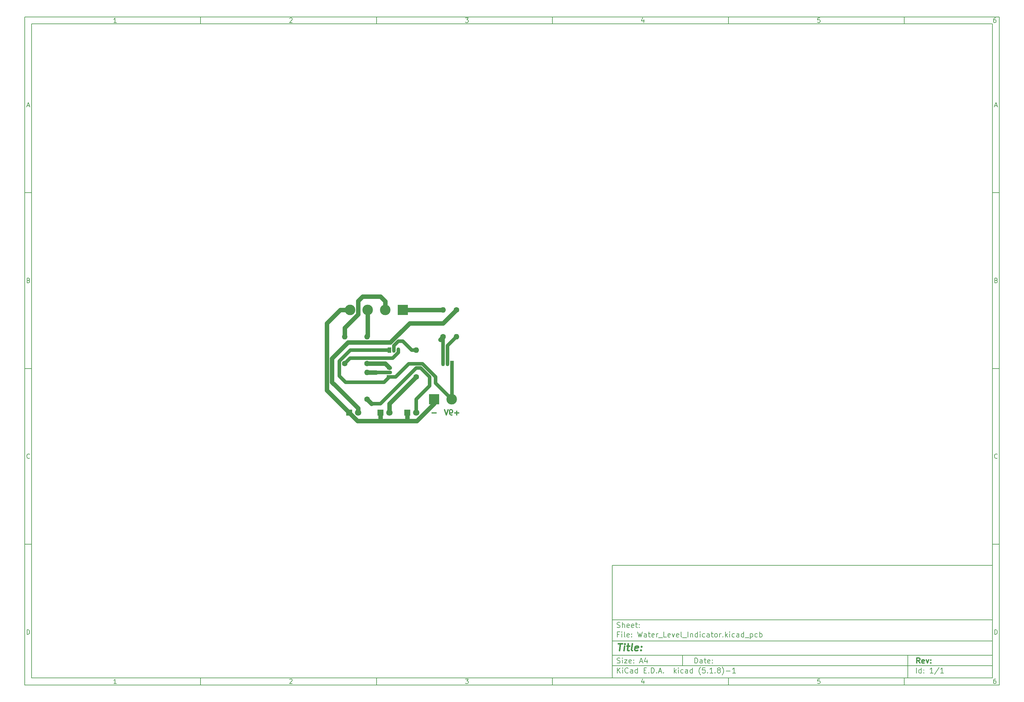
<source format=gbl>
%TF.GenerationSoftware,KiCad,Pcbnew,(5.1.8)-1*%
%TF.CreationDate,2021-07-18T21:15:27-07:00*%
%TF.ProjectId,Water_Level_Indicator,57617465-725f-44c6-9576-656c5f496e64,rev?*%
%TF.SameCoordinates,Original*%
%TF.FileFunction,Copper,L2,Bot*%
%TF.FilePolarity,Positive*%
%FSLAX46Y46*%
G04 Gerber Fmt 4.6, Leading zero omitted, Abs format (unit mm)*
G04 Created by KiCad (PCBNEW (5.1.8)-1) date 2021-07-18 21:15:27*
%MOMM*%
%LPD*%
G01*
G04 APERTURE LIST*
%ADD10C,0.100000*%
%ADD11C,0.150000*%
%ADD12C,0.300000*%
%ADD13C,0.400000*%
%TA.AperFunction,NonConductor*%
%ADD14C,0.300000*%
%TD*%
%TA.AperFunction,ComponentPad*%
%ADD15R,1.800000X1.800000*%
%TD*%
%TA.AperFunction,ComponentPad*%
%ADD16C,1.800000*%
%TD*%
%TA.AperFunction,ComponentPad*%
%ADD17R,3.000000X3.000000*%
%TD*%
%TA.AperFunction,ComponentPad*%
%ADD18C,3.000000*%
%TD*%
%TA.AperFunction,ComponentPad*%
%ADD19O,1.500000X1.050000*%
%TD*%
%TA.AperFunction,ComponentPad*%
%ADD20R,1.500000X1.050000*%
%TD*%
%TA.AperFunction,ComponentPad*%
%ADD21R,1.050000X1.500000*%
%TD*%
%TA.AperFunction,ComponentPad*%
%ADD22O,1.050000X1.500000*%
%TD*%
%TA.AperFunction,ComponentPad*%
%ADD23O,1.600000X1.600000*%
%TD*%
%TA.AperFunction,ComponentPad*%
%ADD24C,1.600000*%
%TD*%
%TA.AperFunction,Conductor*%
%ADD25C,1.270000*%
%TD*%
%TA.AperFunction,Conductor*%
%ADD26C,1.016000*%
%TD*%
G04 APERTURE END LIST*
D10*
D11*
X177002200Y-166007200D02*
X177002200Y-198007200D01*
X285002200Y-198007200D01*
X285002200Y-166007200D01*
X177002200Y-166007200D01*
D10*
D11*
X10000000Y-10000000D02*
X10000000Y-200007200D01*
X287002200Y-200007200D01*
X287002200Y-10000000D01*
X10000000Y-10000000D01*
D10*
D11*
X12000000Y-12000000D02*
X12000000Y-198007200D01*
X285002200Y-198007200D01*
X285002200Y-12000000D01*
X12000000Y-12000000D01*
D10*
D11*
X60000000Y-12000000D02*
X60000000Y-10000000D01*
D10*
D11*
X110000000Y-12000000D02*
X110000000Y-10000000D01*
D10*
D11*
X160000000Y-12000000D02*
X160000000Y-10000000D01*
D10*
D11*
X210000000Y-12000000D02*
X210000000Y-10000000D01*
D10*
D11*
X260000000Y-12000000D02*
X260000000Y-10000000D01*
D10*
D11*
X36065476Y-11588095D02*
X35322619Y-11588095D01*
X35694047Y-11588095D02*
X35694047Y-10288095D01*
X35570238Y-10473809D01*
X35446428Y-10597619D01*
X35322619Y-10659523D01*
D10*
D11*
X85322619Y-10411904D02*
X85384523Y-10350000D01*
X85508333Y-10288095D01*
X85817857Y-10288095D01*
X85941666Y-10350000D01*
X86003571Y-10411904D01*
X86065476Y-10535714D01*
X86065476Y-10659523D01*
X86003571Y-10845238D01*
X85260714Y-11588095D01*
X86065476Y-11588095D01*
D10*
D11*
X135260714Y-10288095D02*
X136065476Y-10288095D01*
X135632142Y-10783333D01*
X135817857Y-10783333D01*
X135941666Y-10845238D01*
X136003571Y-10907142D01*
X136065476Y-11030952D01*
X136065476Y-11340476D01*
X136003571Y-11464285D01*
X135941666Y-11526190D01*
X135817857Y-11588095D01*
X135446428Y-11588095D01*
X135322619Y-11526190D01*
X135260714Y-11464285D01*
D10*
D11*
X185941666Y-10721428D02*
X185941666Y-11588095D01*
X185632142Y-10226190D02*
X185322619Y-11154761D01*
X186127380Y-11154761D01*
D10*
D11*
X236003571Y-10288095D02*
X235384523Y-10288095D01*
X235322619Y-10907142D01*
X235384523Y-10845238D01*
X235508333Y-10783333D01*
X235817857Y-10783333D01*
X235941666Y-10845238D01*
X236003571Y-10907142D01*
X236065476Y-11030952D01*
X236065476Y-11340476D01*
X236003571Y-11464285D01*
X235941666Y-11526190D01*
X235817857Y-11588095D01*
X235508333Y-11588095D01*
X235384523Y-11526190D01*
X235322619Y-11464285D01*
D10*
D11*
X285941666Y-10288095D02*
X285694047Y-10288095D01*
X285570238Y-10350000D01*
X285508333Y-10411904D01*
X285384523Y-10597619D01*
X285322619Y-10845238D01*
X285322619Y-11340476D01*
X285384523Y-11464285D01*
X285446428Y-11526190D01*
X285570238Y-11588095D01*
X285817857Y-11588095D01*
X285941666Y-11526190D01*
X286003571Y-11464285D01*
X286065476Y-11340476D01*
X286065476Y-11030952D01*
X286003571Y-10907142D01*
X285941666Y-10845238D01*
X285817857Y-10783333D01*
X285570238Y-10783333D01*
X285446428Y-10845238D01*
X285384523Y-10907142D01*
X285322619Y-11030952D01*
D10*
D11*
X60000000Y-198007200D02*
X60000000Y-200007200D01*
D10*
D11*
X110000000Y-198007200D02*
X110000000Y-200007200D01*
D10*
D11*
X160000000Y-198007200D02*
X160000000Y-200007200D01*
D10*
D11*
X210000000Y-198007200D02*
X210000000Y-200007200D01*
D10*
D11*
X260000000Y-198007200D02*
X260000000Y-200007200D01*
D10*
D11*
X36065476Y-199595295D02*
X35322619Y-199595295D01*
X35694047Y-199595295D02*
X35694047Y-198295295D01*
X35570238Y-198481009D01*
X35446428Y-198604819D01*
X35322619Y-198666723D01*
D10*
D11*
X85322619Y-198419104D02*
X85384523Y-198357200D01*
X85508333Y-198295295D01*
X85817857Y-198295295D01*
X85941666Y-198357200D01*
X86003571Y-198419104D01*
X86065476Y-198542914D01*
X86065476Y-198666723D01*
X86003571Y-198852438D01*
X85260714Y-199595295D01*
X86065476Y-199595295D01*
D10*
D11*
X135260714Y-198295295D02*
X136065476Y-198295295D01*
X135632142Y-198790533D01*
X135817857Y-198790533D01*
X135941666Y-198852438D01*
X136003571Y-198914342D01*
X136065476Y-199038152D01*
X136065476Y-199347676D01*
X136003571Y-199471485D01*
X135941666Y-199533390D01*
X135817857Y-199595295D01*
X135446428Y-199595295D01*
X135322619Y-199533390D01*
X135260714Y-199471485D01*
D10*
D11*
X185941666Y-198728628D02*
X185941666Y-199595295D01*
X185632142Y-198233390D02*
X185322619Y-199161961D01*
X186127380Y-199161961D01*
D10*
D11*
X236003571Y-198295295D02*
X235384523Y-198295295D01*
X235322619Y-198914342D01*
X235384523Y-198852438D01*
X235508333Y-198790533D01*
X235817857Y-198790533D01*
X235941666Y-198852438D01*
X236003571Y-198914342D01*
X236065476Y-199038152D01*
X236065476Y-199347676D01*
X236003571Y-199471485D01*
X235941666Y-199533390D01*
X235817857Y-199595295D01*
X235508333Y-199595295D01*
X235384523Y-199533390D01*
X235322619Y-199471485D01*
D10*
D11*
X285941666Y-198295295D02*
X285694047Y-198295295D01*
X285570238Y-198357200D01*
X285508333Y-198419104D01*
X285384523Y-198604819D01*
X285322619Y-198852438D01*
X285322619Y-199347676D01*
X285384523Y-199471485D01*
X285446428Y-199533390D01*
X285570238Y-199595295D01*
X285817857Y-199595295D01*
X285941666Y-199533390D01*
X286003571Y-199471485D01*
X286065476Y-199347676D01*
X286065476Y-199038152D01*
X286003571Y-198914342D01*
X285941666Y-198852438D01*
X285817857Y-198790533D01*
X285570238Y-198790533D01*
X285446428Y-198852438D01*
X285384523Y-198914342D01*
X285322619Y-199038152D01*
D10*
D11*
X10000000Y-60000000D02*
X12000000Y-60000000D01*
D10*
D11*
X10000000Y-110000000D02*
X12000000Y-110000000D01*
D10*
D11*
X10000000Y-160000000D02*
X12000000Y-160000000D01*
D10*
D11*
X10690476Y-35216666D02*
X11309523Y-35216666D01*
X10566666Y-35588095D02*
X11000000Y-34288095D01*
X11433333Y-35588095D01*
D10*
D11*
X11092857Y-84907142D02*
X11278571Y-84969047D01*
X11340476Y-85030952D01*
X11402380Y-85154761D01*
X11402380Y-85340476D01*
X11340476Y-85464285D01*
X11278571Y-85526190D01*
X11154761Y-85588095D01*
X10659523Y-85588095D01*
X10659523Y-84288095D01*
X11092857Y-84288095D01*
X11216666Y-84350000D01*
X11278571Y-84411904D01*
X11340476Y-84535714D01*
X11340476Y-84659523D01*
X11278571Y-84783333D01*
X11216666Y-84845238D01*
X11092857Y-84907142D01*
X10659523Y-84907142D01*
D10*
D11*
X11402380Y-135464285D02*
X11340476Y-135526190D01*
X11154761Y-135588095D01*
X11030952Y-135588095D01*
X10845238Y-135526190D01*
X10721428Y-135402380D01*
X10659523Y-135278571D01*
X10597619Y-135030952D01*
X10597619Y-134845238D01*
X10659523Y-134597619D01*
X10721428Y-134473809D01*
X10845238Y-134350000D01*
X11030952Y-134288095D01*
X11154761Y-134288095D01*
X11340476Y-134350000D01*
X11402380Y-134411904D01*
D10*
D11*
X10659523Y-185588095D02*
X10659523Y-184288095D01*
X10969047Y-184288095D01*
X11154761Y-184350000D01*
X11278571Y-184473809D01*
X11340476Y-184597619D01*
X11402380Y-184845238D01*
X11402380Y-185030952D01*
X11340476Y-185278571D01*
X11278571Y-185402380D01*
X11154761Y-185526190D01*
X10969047Y-185588095D01*
X10659523Y-185588095D01*
D10*
D11*
X287002200Y-60000000D02*
X285002200Y-60000000D01*
D10*
D11*
X287002200Y-110000000D02*
X285002200Y-110000000D01*
D10*
D11*
X287002200Y-160000000D02*
X285002200Y-160000000D01*
D10*
D11*
X285692676Y-35216666D02*
X286311723Y-35216666D01*
X285568866Y-35588095D02*
X286002200Y-34288095D01*
X286435533Y-35588095D01*
D10*
D11*
X286095057Y-84907142D02*
X286280771Y-84969047D01*
X286342676Y-85030952D01*
X286404580Y-85154761D01*
X286404580Y-85340476D01*
X286342676Y-85464285D01*
X286280771Y-85526190D01*
X286156961Y-85588095D01*
X285661723Y-85588095D01*
X285661723Y-84288095D01*
X286095057Y-84288095D01*
X286218866Y-84350000D01*
X286280771Y-84411904D01*
X286342676Y-84535714D01*
X286342676Y-84659523D01*
X286280771Y-84783333D01*
X286218866Y-84845238D01*
X286095057Y-84907142D01*
X285661723Y-84907142D01*
D10*
D11*
X286404580Y-135464285D02*
X286342676Y-135526190D01*
X286156961Y-135588095D01*
X286033152Y-135588095D01*
X285847438Y-135526190D01*
X285723628Y-135402380D01*
X285661723Y-135278571D01*
X285599819Y-135030952D01*
X285599819Y-134845238D01*
X285661723Y-134597619D01*
X285723628Y-134473809D01*
X285847438Y-134350000D01*
X286033152Y-134288095D01*
X286156961Y-134288095D01*
X286342676Y-134350000D01*
X286404580Y-134411904D01*
D10*
D11*
X285661723Y-185588095D02*
X285661723Y-184288095D01*
X285971247Y-184288095D01*
X286156961Y-184350000D01*
X286280771Y-184473809D01*
X286342676Y-184597619D01*
X286404580Y-184845238D01*
X286404580Y-185030952D01*
X286342676Y-185278571D01*
X286280771Y-185402380D01*
X286156961Y-185526190D01*
X285971247Y-185588095D01*
X285661723Y-185588095D01*
D10*
D11*
X200434342Y-193785771D02*
X200434342Y-192285771D01*
X200791485Y-192285771D01*
X201005771Y-192357200D01*
X201148628Y-192500057D01*
X201220057Y-192642914D01*
X201291485Y-192928628D01*
X201291485Y-193142914D01*
X201220057Y-193428628D01*
X201148628Y-193571485D01*
X201005771Y-193714342D01*
X200791485Y-193785771D01*
X200434342Y-193785771D01*
X202577200Y-193785771D02*
X202577200Y-193000057D01*
X202505771Y-192857200D01*
X202362914Y-192785771D01*
X202077200Y-192785771D01*
X201934342Y-192857200D01*
X202577200Y-193714342D02*
X202434342Y-193785771D01*
X202077200Y-193785771D01*
X201934342Y-193714342D01*
X201862914Y-193571485D01*
X201862914Y-193428628D01*
X201934342Y-193285771D01*
X202077200Y-193214342D01*
X202434342Y-193214342D01*
X202577200Y-193142914D01*
X203077200Y-192785771D02*
X203648628Y-192785771D01*
X203291485Y-192285771D02*
X203291485Y-193571485D01*
X203362914Y-193714342D01*
X203505771Y-193785771D01*
X203648628Y-193785771D01*
X204720057Y-193714342D02*
X204577200Y-193785771D01*
X204291485Y-193785771D01*
X204148628Y-193714342D01*
X204077200Y-193571485D01*
X204077200Y-193000057D01*
X204148628Y-192857200D01*
X204291485Y-192785771D01*
X204577200Y-192785771D01*
X204720057Y-192857200D01*
X204791485Y-193000057D01*
X204791485Y-193142914D01*
X204077200Y-193285771D01*
X205434342Y-193642914D02*
X205505771Y-193714342D01*
X205434342Y-193785771D01*
X205362914Y-193714342D01*
X205434342Y-193642914D01*
X205434342Y-193785771D01*
X205434342Y-192857200D02*
X205505771Y-192928628D01*
X205434342Y-193000057D01*
X205362914Y-192928628D01*
X205434342Y-192857200D01*
X205434342Y-193000057D01*
D10*
D11*
X177002200Y-194507200D02*
X285002200Y-194507200D01*
D10*
D11*
X178434342Y-196585771D02*
X178434342Y-195085771D01*
X179291485Y-196585771D02*
X178648628Y-195728628D01*
X179291485Y-195085771D02*
X178434342Y-195942914D01*
X179934342Y-196585771D02*
X179934342Y-195585771D01*
X179934342Y-195085771D02*
X179862914Y-195157200D01*
X179934342Y-195228628D01*
X180005771Y-195157200D01*
X179934342Y-195085771D01*
X179934342Y-195228628D01*
X181505771Y-196442914D02*
X181434342Y-196514342D01*
X181220057Y-196585771D01*
X181077200Y-196585771D01*
X180862914Y-196514342D01*
X180720057Y-196371485D01*
X180648628Y-196228628D01*
X180577200Y-195942914D01*
X180577200Y-195728628D01*
X180648628Y-195442914D01*
X180720057Y-195300057D01*
X180862914Y-195157200D01*
X181077200Y-195085771D01*
X181220057Y-195085771D01*
X181434342Y-195157200D01*
X181505771Y-195228628D01*
X182791485Y-196585771D02*
X182791485Y-195800057D01*
X182720057Y-195657200D01*
X182577200Y-195585771D01*
X182291485Y-195585771D01*
X182148628Y-195657200D01*
X182791485Y-196514342D02*
X182648628Y-196585771D01*
X182291485Y-196585771D01*
X182148628Y-196514342D01*
X182077200Y-196371485D01*
X182077200Y-196228628D01*
X182148628Y-196085771D01*
X182291485Y-196014342D01*
X182648628Y-196014342D01*
X182791485Y-195942914D01*
X184148628Y-196585771D02*
X184148628Y-195085771D01*
X184148628Y-196514342D02*
X184005771Y-196585771D01*
X183720057Y-196585771D01*
X183577200Y-196514342D01*
X183505771Y-196442914D01*
X183434342Y-196300057D01*
X183434342Y-195871485D01*
X183505771Y-195728628D01*
X183577200Y-195657200D01*
X183720057Y-195585771D01*
X184005771Y-195585771D01*
X184148628Y-195657200D01*
X186005771Y-195800057D02*
X186505771Y-195800057D01*
X186720057Y-196585771D02*
X186005771Y-196585771D01*
X186005771Y-195085771D01*
X186720057Y-195085771D01*
X187362914Y-196442914D02*
X187434342Y-196514342D01*
X187362914Y-196585771D01*
X187291485Y-196514342D01*
X187362914Y-196442914D01*
X187362914Y-196585771D01*
X188077200Y-196585771D02*
X188077200Y-195085771D01*
X188434342Y-195085771D01*
X188648628Y-195157200D01*
X188791485Y-195300057D01*
X188862914Y-195442914D01*
X188934342Y-195728628D01*
X188934342Y-195942914D01*
X188862914Y-196228628D01*
X188791485Y-196371485D01*
X188648628Y-196514342D01*
X188434342Y-196585771D01*
X188077200Y-196585771D01*
X189577200Y-196442914D02*
X189648628Y-196514342D01*
X189577200Y-196585771D01*
X189505771Y-196514342D01*
X189577200Y-196442914D01*
X189577200Y-196585771D01*
X190220057Y-196157200D02*
X190934342Y-196157200D01*
X190077200Y-196585771D02*
X190577200Y-195085771D01*
X191077200Y-196585771D01*
X191577200Y-196442914D02*
X191648628Y-196514342D01*
X191577200Y-196585771D01*
X191505771Y-196514342D01*
X191577200Y-196442914D01*
X191577200Y-196585771D01*
X194577200Y-196585771D02*
X194577200Y-195085771D01*
X194720057Y-196014342D02*
X195148628Y-196585771D01*
X195148628Y-195585771D02*
X194577200Y-196157200D01*
X195791485Y-196585771D02*
X195791485Y-195585771D01*
X195791485Y-195085771D02*
X195720057Y-195157200D01*
X195791485Y-195228628D01*
X195862914Y-195157200D01*
X195791485Y-195085771D01*
X195791485Y-195228628D01*
X197148628Y-196514342D02*
X197005771Y-196585771D01*
X196720057Y-196585771D01*
X196577200Y-196514342D01*
X196505771Y-196442914D01*
X196434342Y-196300057D01*
X196434342Y-195871485D01*
X196505771Y-195728628D01*
X196577200Y-195657200D01*
X196720057Y-195585771D01*
X197005771Y-195585771D01*
X197148628Y-195657200D01*
X198434342Y-196585771D02*
X198434342Y-195800057D01*
X198362914Y-195657200D01*
X198220057Y-195585771D01*
X197934342Y-195585771D01*
X197791485Y-195657200D01*
X198434342Y-196514342D02*
X198291485Y-196585771D01*
X197934342Y-196585771D01*
X197791485Y-196514342D01*
X197720057Y-196371485D01*
X197720057Y-196228628D01*
X197791485Y-196085771D01*
X197934342Y-196014342D01*
X198291485Y-196014342D01*
X198434342Y-195942914D01*
X199791485Y-196585771D02*
X199791485Y-195085771D01*
X199791485Y-196514342D02*
X199648628Y-196585771D01*
X199362914Y-196585771D01*
X199220057Y-196514342D01*
X199148628Y-196442914D01*
X199077200Y-196300057D01*
X199077200Y-195871485D01*
X199148628Y-195728628D01*
X199220057Y-195657200D01*
X199362914Y-195585771D01*
X199648628Y-195585771D01*
X199791485Y-195657200D01*
X202077200Y-197157200D02*
X202005771Y-197085771D01*
X201862914Y-196871485D01*
X201791485Y-196728628D01*
X201720057Y-196514342D01*
X201648628Y-196157200D01*
X201648628Y-195871485D01*
X201720057Y-195514342D01*
X201791485Y-195300057D01*
X201862914Y-195157200D01*
X202005771Y-194942914D01*
X202077200Y-194871485D01*
X203362914Y-195085771D02*
X202648628Y-195085771D01*
X202577200Y-195800057D01*
X202648628Y-195728628D01*
X202791485Y-195657200D01*
X203148628Y-195657200D01*
X203291485Y-195728628D01*
X203362914Y-195800057D01*
X203434342Y-195942914D01*
X203434342Y-196300057D01*
X203362914Y-196442914D01*
X203291485Y-196514342D01*
X203148628Y-196585771D01*
X202791485Y-196585771D01*
X202648628Y-196514342D01*
X202577200Y-196442914D01*
X204077200Y-196442914D02*
X204148628Y-196514342D01*
X204077200Y-196585771D01*
X204005771Y-196514342D01*
X204077200Y-196442914D01*
X204077200Y-196585771D01*
X205577200Y-196585771D02*
X204720057Y-196585771D01*
X205148628Y-196585771D02*
X205148628Y-195085771D01*
X205005771Y-195300057D01*
X204862914Y-195442914D01*
X204720057Y-195514342D01*
X206220057Y-196442914D02*
X206291485Y-196514342D01*
X206220057Y-196585771D01*
X206148628Y-196514342D01*
X206220057Y-196442914D01*
X206220057Y-196585771D01*
X207148628Y-195728628D02*
X207005771Y-195657200D01*
X206934342Y-195585771D01*
X206862914Y-195442914D01*
X206862914Y-195371485D01*
X206934342Y-195228628D01*
X207005771Y-195157200D01*
X207148628Y-195085771D01*
X207434342Y-195085771D01*
X207577200Y-195157200D01*
X207648628Y-195228628D01*
X207720057Y-195371485D01*
X207720057Y-195442914D01*
X207648628Y-195585771D01*
X207577200Y-195657200D01*
X207434342Y-195728628D01*
X207148628Y-195728628D01*
X207005771Y-195800057D01*
X206934342Y-195871485D01*
X206862914Y-196014342D01*
X206862914Y-196300057D01*
X206934342Y-196442914D01*
X207005771Y-196514342D01*
X207148628Y-196585771D01*
X207434342Y-196585771D01*
X207577200Y-196514342D01*
X207648628Y-196442914D01*
X207720057Y-196300057D01*
X207720057Y-196014342D01*
X207648628Y-195871485D01*
X207577200Y-195800057D01*
X207434342Y-195728628D01*
X208220057Y-197157200D02*
X208291485Y-197085771D01*
X208434342Y-196871485D01*
X208505771Y-196728628D01*
X208577200Y-196514342D01*
X208648628Y-196157200D01*
X208648628Y-195871485D01*
X208577200Y-195514342D01*
X208505771Y-195300057D01*
X208434342Y-195157200D01*
X208291485Y-194942914D01*
X208220057Y-194871485D01*
X209362914Y-196014342D02*
X210505771Y-196014342D01*
X212005771Y-196585771D02*
X211148628Y-196585771D01*
X211577200Y-196585771D02*
X211577200Y-195085771D01*
X211434342Y-195300057D01*
X211291485Y-195442914D01*
X211148628Y-195514342D01*
D10*
D11*
X177002200Y-191507200D02*
X285002200Y-191507200D01*
D10*
D12*
X264411485Y-193785771D02*
X263911485Y-193071485D01*
X263554342Y-193785771D02*
X263554342Y-192285771D01*
X264125771Y-192285771D01*
X264268628Y-192357200D01*
X264340057Y-192428628D01*
X264411485Y-192571485D01*
X264411485Y-192785771D01*
X264340057Y-192928628D01*
X264268628Y-193000057D01*
X264125771Y-193071485D01*
X263554342Y-193071485D01*
X265625771Y-193714342D02*
X265482914Y-193785771D01*
X265197200Y-193785771D01*
X265054342Y-193714342D01*
X264982914Y-193571485D01*
X264982914Y-193000057D01*
X265054342Y-192857200D01*
X265197200Y-192785771D01*
X265482914Y-192785771D01*
X265625771Y-192857200D01*
X265697200Y-193000057D01*
X265697200Y-193142914D01*
X264982914Y-193285771D01*
X266197200Y-192785771D02*
X266554342Y-193785771D01*
X266911485Y-192785771D01*
X267482914Y-193642914D02*
X267554342Y-193714342D01*
X267482914Y-193785771D01*
X267411485Y-193714342D01*
X267482914Y-193642914D01*
X267482914Y-193785771D01*
X267482914Y-192857200D02*
X267554342Y-192928628D01*
X267482914Y-193000057D01*
X267411485Y-192928628D01*
X267482914Y-192857200D01*
X267482914Y-193000057D01*
D10*
D11*
X178362914Y-193714342D02*
X178577200Y-193785771D01*
X178934342Y-193785771D01*
X179077200Y-193714342D01*
X179148628Y-193642914D01*
X179220057Y-193500057D01*
X179220057Y-193357200D01*
X179148628Y-193214342D01*
X179077200Y-193142914D01*
X178934342Y-193071485D01*
X178648628Y-193000057D01*
X178505771Y-192928628D01*
X178434342Y-192857200D01*
X178362914Y-192714342D01*
X178362914Y-192571485D01*
X178434342Y-192428628D01*
X178505771Y-192357200D01*
X178648628Y-192285771D01*
X179005771Y-192285771D01*
X179220057Y-192357200D01*
X179862914Y-193785771D02*
X179862914Y-192785771D01*
X179862914Y-192285771D02*
X179791485Y-192357200D01*
X179862914Y-192428628D01*
X179934342Y-192357200D01*
X179862914Y-192285771D01*
X179862914Y-192428628D01*
X180434342Y-192785771D02*
X181220057Y-192785771D01*
X180434342Y-193785771D01*
X181220057Y-193785771D01*
X182362914Y-193714342D02*
X182220057Y-193785771D01*
X181934342Y-193785771D01*
X181791485Y-193714342D01*
X181720057Y-193571485D01*
X181720057Y-193000057D01*
X181791485Y-192857200D01*
X181934342Y-192785771D01*
X182220057Y-192785771D01*
X182362914Y-192857200D01*
X182434342Y-193000057D01*
X182434342Y-193142914D01*
X181720057Y-193285771D01*
X183077200Y-193642914D02*
X183148628Y-193714342D01*
X183077200Y-193785771D01*
X183005771Y-193714342D01*
X183077200Y-193642914D01*
X183077200Y-193785771D01*
X183077200Y-192857200D02*
X183148628Y-192928628D01*
X183077200Y-193000057D01*
X183005771Y-192928628D01*
X183077200Y-192857200D01*
X183077200Y-193000057D01*
X184862914Y-193357200D02*
X185577200Y-193357200D01*
X184720057Y-193785771D02*
X185220057Y-192285771D01*
X185720057Y-193785771D01*
X186862914Y-192785771D02*
X186862914Y-193785771D01*
X186505771Y-192214342D02*
X186148628Y-193285771D01*
X187077200Y-193285771D01*
D10*
D11*
X263434342Y-196585771D02*
X263434342Y-195085771D01*
X264791485Y-196585771D02*
X264791485Y-195085771D01*
X264791485Y-196514342D02*
X264648628Y-196585771D01*
X264362914Y-196585771D01*
X264220057Y-196514342D01*
X264148628Y-196442914D01*
X264077200Y-196300057D01*
X264077200Y-195871485D01*
X264148628Y-195728628D01*
X264220057Y-195657200D01*
X264362914Y-195585771D01*
X264648628Y-195585771D01*
X264791485Y-195657200D01*
X265505771Y-196442914D02*
X265577200Y-196514342D01*
X265505771Y-196585771D01*
X265434342Y-196514342D01*
X265505771Y-196442914D01*
X265505771Y-196585771D01*
X265505771Y-195657200D02*
X265577200Y-195728628D01*
X265505771Y-195800057D01*
X265434342Y-195728628D01*
X265505771Y-195657200D01*
X265505771Y-195800057D01*
X268148628Y-196585771D02*
X267291485Y-196585771D01*
X267720057Y-196585771D02*
X267720057Y-195085771D01*
X267577200Y-195300057D01*
X267434342Y-195442914D01*
X267291485Y-195514342D01*
X269862914Y-195014342D02*
X268577200Y-196942914D01*
X271148628Y-196585771D02*
X270291485Y-196585771D01*
X270720057Y-196585771D02*
X270720057Y-195085771D01*
X270577200Y-195300057D01*
X270434342Y-195442914D01*
X270291485Y-195514342D01*
D10*
D11*
X177002200Y-187507200D02*
X285002200Y-187507200D01*
D10*
D13*
X178714580Y-188211961D02*
X179857438Y-188211961D01*
X179036009Y-190211961D02*
X179286009Y-188211961D01*
X180274104Y-190211961D02*
X180440771Y-188878628D01*
X180524104Y-188211961D02*
X180416961Y-188307200D01*
X180500295Y-188402438D01*
X180607438Y-188307200D01*
X180524104Y-188211961D01*
X180500295Y-188402438D01*
X181107438Y-188878628D02*
X181869342Y-188878628D01*
X181476485Y-188211961D02*
X181262200Y-189926247D01*
X181333628Y-190116723D01*
X181512200Y-190211961D01*
X181702676Y-190211961D01*
X182655057Y-190211961D02*
X182476485Y-190116723D01*
X182405057Y-189926247D01*
X182619342Y-188211961D01*
X184190771Y-190116723D02*
X183988390Y-190211961D01*
X183607438Y-190211961D01*
X183428866Y-190116723D01*
X183357438Y-189926247D01*
X183452676Y-189164342D01*
X183571723Y-188973866D01*
X183774104Y-188878628D01*
X184155057Y-188878628D01*
X184333628Y-188973866D01*
X184405057Y-189164342D01*
X184381247Y-189354819D01*
X183405057Y-189545295D01*
X185155057Y-190021485D02*
X185238390Y-190116723D01*
X185131247Y-190211961D01*
X185047914Y-190116723D01*
X185155057Y-190021485D01*
X185131247Y-190211961D01*
X185286009Y-188973866D02*
X185369342Y-189069104D01*
X185262200Y-189164342D01*
X185178866Y-189069104D01*
X185286009Y-188973866D01*
X185262200Y-189164342D01*
D10*
D11*
X178934342Y-185600057D02*
X178434342Y-185600057D01*
X178434342Y-186385771D02*
X178434342Y-184885771D01*
X179148628Y-184885771D01*
X179720057Y-186385771D02*
X179720057Y-185385771D01*
X179720057Y-184885771D02*
X179648628Y-184957200D01*
X179720057Y-185028628D01*
X179791485Y-184957200D01*
X179720057Y-184885771D01*
X179720057Y-185028628D01*
X180648628Y-186385771D02*
X180505771Y-186314342D01*
X180434342Y-186171485D01*
X180434342Y-184885771D01*
X181791485Y-186314342D02*
X181648628Y-186385771D01*
X181362914Y-186385771D01*
X181220057Y-186314342D01*
X181148628Y-186171485D01*
X181148628Y-185600057D01*
X181220057Y-185457200D01*
X181362914Y-185385771D01*
X181648628Y-185385771D01*
X181791485Y-185457200D01*
X181862914Y-185600057D01*
X181862914Y-185742914D01*
X181148628Y-185885771D01*
X182505771Y-186242914D02*
X182577200Y-186314342D01*
X182505771Y-186385771D01*
X182434342Y-186314342D01*
X182505771Y-186242914D01*
X182505771Y-186385771D01*
X182505771Y-185457200D02*
X182577200Y-185528628D01*
X182505771Y-185600057D01*
X182434342Y-185528628D01*
X182505771Y-185457200D01*
X182505771Y-185600057D01*
X184220057Y-184885771D02*
X184577200Y-186385771D01*
X184862914Y-185314342D01*
X185148628Y-186385771D01*
X185505771Y-184885771D01*
X186720057Y-186385771D02*
X186720057Y-185600057D01*
X186648628Y-185457200D01*
X186505771Y-185385771D01*
X186220057Y-185385771D01*
X186077200Y-185457200D01*
X186720057Y-186314342D02*
X186577200Y-186385771D01*
X186220057Y-186385771D01*
X186077200Y-186314342D01*
X186005771Y-186171485D01*
X186005771Y-186028628D01*
X186077200Y-185885771D01*
X186220057Y-185814342D01*
X186577200Y-185814342D01*
X186720057Y-185742914D01*
X187220057Y-185385771D02*
X187791485Y-185385771D01*
X187434342Y-184885771D02*
X187434342Y-186171485D01*
X187505771Y-186314342D01*
X187648628Y-186385771D01*
X187791485Y-186385771D01*
X188862914Y-186314342D02*
X188720057Y-186385771D01*
X188434342Y-186385771D01*
X188291485Y-186314342D01*
X188220057Y-186171485D01*
X188220057Y-185600057D01*
X188291485Y-185457200D01*
X188434342Y-185385771D01*
X188720057Y-185385771D01*
X188862914Y-185457200D01*
X188934342Y-185600057D01*
X188934342Y-185742914D01*
X188220057Y-185885771D01*
X189577200Y-186385771D02*
X189577200Y-185385771D01*
X189577200Y-185671485D02*
X189648628Y-185528628D01*
X189720057Y-185457200D01*
X189862914Y-185385771D01*
X190005771Y-185385771D01*
X190148628Y-186528628D02*
X191291485Y-186528628D01*
X192362914Y-186385771D02*
X191648628Y-186385771D01*
X191648628Y-184885771D01*
X193434342Y-186314342D02*
X193291485Y-186385771D01*
X193005771Y-186385771D01*
X192862914Y-186314342D01*
X192791485Y-186171485D01*
X192791485Y-185600057D01*
X192862914Y-185457200D01*
X193005771Y-185385771D01*
X193291485Y-185385771D01*
X193434342Y-185457200D01*
X193505771Y-185600057D01*
X193505771Y-185742914D01*
X192791485Y-185885771D01*
X194005771Y-185385771D02*
X194362914Y-186385771D01*
X194720057Y-185385771D01*
X195862914Y-186314342D02*
X195720057Y-186385771D01*
X195434342Y-186385771D01*
X195291485Y-186314342D01*
X195220057Y-186171485D01*
X195220057Y-185600057D01*
X195291485Y-185457200D01*
X195434342Y-185385771D01*
X195720057Y-185385771D01*
X195862914Y-185457200D01*
X195934342Y-185600057D01*
X195934342Y-185742914D01*
X195220057Y-185885771D01*
X196791485Y-186385771D02*
X196648628Y-186314342D01*
X196577200Y-186171485D01*
X196577200Y-184885771D01*
X197005771Y-186528628D02*
X198148628Y-186528628D01*
X198505771Y-186385771D02*
X198505771Y-184885771D01*
X199220057Y-185385771D02*
X199220057Y-186385771D01*
X199220057Y-185528628D02*
X199291485Y-185457200D01*
X199434342Y-185385771D01*
X199648628Y-185385771D01*
X199791485Y-185457200D01*
X199862914Y-185600057D01*
X199862914Y-186385771D01*
X201220057Y-186385771D02*
X201220057Y-184885771D01*
X201220057Y-186314342D02*
X201077200Y-186385771D01*
X200791485Y-186385771D01*
X200648628Y-186314342D01*
X200577200Y-186242914D01*
X200505771Y-186100057D01*
X200505771Y-185671485D01*
X200577200Y-185528628D01*
X200648628Y-185457200D01*
X200791485Y-185385771D01*
X201077200Y-185385771D01*
X201220057Y-185457200D01*
X201934342Y-186385771D02*
X201934342Y-185385771D01*
X201934342Y-184885771D02*
X201862914Y-184957200D01*
X201934342Y-185028628D01*
X202005771Y-184957200D01*
X201934342Y-184885771D01*
X201934342Y-185028628D01*
X203291485Y-186314342D02*
X203148628Y-186385771D01*
X202862914Y-186385771D01*
X202720057Y-186314342D01*
X202648628Y-186242914D01*
X202577200Y-186100057D01*
X202577200Y-185671485D01*
X202648628Y-185528628D01*
X202720057Y-185457200D01*
X202862914Y-185385771D01*
X203148628Y-185385771D01*
X203291485Y-185457200D01*
X204577200Y-186385771D02*
X204577200Y-185600057D01*
X204505771Y-185457200D01*
X204362914Y-185385771D01*
X204077200Y-185385771D01*
X203934342Y-185457200D01*
X204577200Y-186314342D02*
X204434342Y-186385771D01*
X204077200Y-186385771D01*
X203934342Y-186314342D01*
X203862914Y-186171485D01*
X203862914Y-186028628D01*
X203934342Y-185885771D01*
X204077200Y-185814342D01*
X204434342Y-185814342D01*
X204577200Y-185742914D01*
X205077200Y-185385771D02*
X205648628Y-185385771D01*
X205291485Y-184885771D02*
X205291485Y-186171485D01*
X205362914Y-186314342D01*
X205505771Y-186385771D01*
X205648628Y-186385771D01*
X206362914Y-186385771D02*
X206220057Y-186314342D01*
X206148628Y-186242914D01*
X206077200Y-186100057D01*
X206077200Y-185671485D01*
X206148628Y-185528628D01*
X206220057Y-185457200D01*
X206362914Y-185385771D01*
X206577200Y-185385771D01*
X206720057Y-185457200D01*
X206791485Y-185528628D01*
X206862914Y-185671485D01*
X206862914Y-186100057D01*
X206791485Y-186242914D01*
X206720057Y-186314342D01*
X206577200Y-186385771D01*
X206362914Y-186385771D01*
X207505771Y-186385771D02*
X207505771Y-185385771D01*
X207505771Y-185671485D02*
X207577200Y-185528628D01*
X207648628Y-185457200D01*
X207791485Y-185385771D01*
X207934342Y-185385771D01*
X208434342Y-186242914D02*
X208505771Y-186314342D01*
X208434342Y-186385771D01*
X208362914Y-186314342D01*
X208434342Y-186242914D01*
X208434342Y-186385771D01*
X209148628Y-186385771D02*
X209148628Y-184885771D01*
X209291485Y-185814342D02*
X209720057Y-186385771D01*
X209720057Y-185385771D02*
X209148628Y-185957200D01*
X210362914Y-186385771D02*
X210362914Y-185385771D01*
X210362914Y-184885771D02*
X210291485Y-184957200D01*
X210362914Y-185028628D01*
X210434342Y-184957200D01*
X210362914Y-184885771D01*
X210362914Y-185028628D01*
X211720057Y-186314342D02*
X211577200Y-186385771D01*
X211291485Y-186385771D01*
X211148628Y-186314342D01*
X211077200Y-186242914D01*
X211005771Y-186100057D01*
X211005771Y-185671485D01*
X211077200Y-185528628D01*
X211148628Y-185457200D01*
X211291485Y-185385771D01*
X211577200Y-185385771D01*
X211720057Y-185457200D01*
X213005771Y-186385771D02*
X213005771Y-185600057D01*
X212934342Y-185457200D01*
X212791485Y-185385771D01*
X212505771Y-185385771D01*
X212362914Y-185457200D01*
X213005771Y-186314342D02*
X212862914Y-186385771D01*
X212505771Y-186385771D01*
X212362914Y-186314342D01*
X212291485Y-186171485D01*
X212291485Y-186028628D01*
X212362914Y-185885771D01*
X212505771Y-185814342D01*
X212862914Y-185814342D01*
X213005771Y-185742914D01*
X214362914Y-186385771D02*
X214362914Y-184885771D01*
X214362914Y-186314342D02*
X214220057Y-186385771D01*
X213934342Y-186385771D01*
X213791485Y-186314342D01*
X213720057Y-186242914D01*
X213648628Y-186100057D01*
X213648628Y-185671485D01*
X213720057Y-185528628D01*
X213791485Y-185457200D01*
X213934342Y-185385771D01*
X214220057Y-185385771D01*
X214362914Y-185457200D01*
X214720057Y-186528628D02*
X215862914Y-186528628D01*
X216220057Y-185385771D02*
X216220057Y-186885771D01*
X216220057Y-185457200D02*
X216362914Y-185385771D01*
X216648628Y-185385771D01*
X216791485Y-185457200D01*
X216862914Y-185528628D01*
X216934342Y-185671485D01*
X216934342Y-186100057D01*
X216862914Y-186242914D01*
X216791485Y-186314342D01*
X216648628Y-186385771D01*
X216362914Y-186385771D01*
X216220057Y-186314342D01*
X218220057Y-186314342D02*
X218077200Y-186385771D01*
X217791485Y-186385771D01*
X217648628Y-186314342D01*
X217577200Y-186242914D01*
X217505771Y-186100057D01*
X217505771Y-185671485D01*
X217577200Y-185528628D01*
X217648628Y-185457200D01*
X217791485Y-185385771D01*
X218077200Y-185385771D01*
X218220057Y-185457200D01*
X218862914Y-186385771D02*
X218862914Y-184885771D01*
X218862914Y-185457200D02*
X219005771Y-185385771D01*
X219291485Y-185385771D01*
X219434342Y-185457200D01*
X219505771Y-185528628D01*
X219577200Y-185671485D01*
X219577200Y-186100057D01*
X219505771Y-186242914D01*
X219434342Y-186314342D01*
X219291485Y-186385771D01*
X219005771Y-186385771D01*
X218862914Y-186314342D01*
D10*
D11*
X177002200Y-181507200D02*
X285002200Y-181507200D01*
D10*
D11*
X178362914Y-183614342D02*
X178577200Y-183685771D01*
X178934342Y-183685771D01*
X179077200Y-183614342D01*
X179148628Y-183542914D01*
X179220057Y-183400057D01*
X179220057Y-183257200D01*
X179148628Y-183114342D01*
X179077200Y-183042914D01*
X178934342Y-182971485D01*
X178648628Y-182900057D01*
X178505771Y-182828628D01*
X178434342Y-182757200D01*
X178362914Y-182614342D01*
X178362914Y-182471485D01*
X178434342Y-182328628D01*
X178505771Y-182257200D01*
X178648628Y-182185771D01*
X179005771Y-182185771D01*
X179220057Y-182257200D01*
X179862914Y-183685771D02*
X179862914Y-182185771D01*
X180505771Y-183685771D02*
X180505771Y-182900057D01*
X180434342Y-182757200D01*
X180291485Y-182685771D01*
X180077200Y-182685771D01*
X179934342Y-182757200D01*
X179862914Y-182828628D01*
X181791485Y-183614342D02*
X181648628Y-183685771D01*
X181362914Y-183685771D01*
X181220057Y-183614342D01*
X181148628Y-183471485D01*
X181148628Y-182900057D01*
X181220057Y-182757200D01*
X181362914Y-182685771D01*
X181648628Y-182685771D01*
X181791485Y-182757200D01*
X181862914Y-182900057D01*
X181862914Y-183042914D01*
X181148628Y-183185771D01*
X183077200Y-183614342D02*
X182934342Y-183685771D01*
X182648628Y-183685771D01*
X182505771Y-183614342D01*
X182434342Y-183471485D01*
X182434342Y-182900057D01*
X182505771Y-182757200D01*
X182648628Y-182685771D01*
X182934342Y-182685771D01*
X183077200Y-182757200D01*
X183148628Y-182900057D01*
X183148628Y-183042914D01*
X182434342Y-183185771D01*
X183577200Y-182685771D02*
X184148628Y-182685771D01*
X183791485Y-182185771D02*
X183791485Y-183471485D01*
X183862914Y-183614342D01*
X184005771Y-183685771D01*
X184148628Y-183685771D01*
X184648628Y-183542914D02*
X184720057Y-183614342D01*
X184648628Y-183685771D01*
X184577200Y-183614342D01*
X184648628Y-183542914D01*
X184648628Y-183685771D01*
X184648628Y-182757200D02*
X184720057Y-182828628D01*
X184648628Y-182900057D01*
X184577200Y-182828628D01*
X184648628Y-182757200D01*
X184648628Y-182900057D01*
D10*
D11*
X197002200Y-191507200D02*
X197002200Y-194507200D01*
D10*
D11*
X261002200Y-191507200D02*
X261002200Y-198007200D01*
D14*
X133368571Y-122662142D02*
X132225714Y-122662142D01*
X132797142Y-123233571D02*
X132797142Y-122090714D01*
X131440000Y-123233571D02*
X131154285Y-123233571D01*
X131011428Y-123162142D01*
X130940000Y-123090714D01*
X130797142Y-122876428D01*
X130725714Y-122590714D01*
X130725714Y-122019285D01*
X130797142Y-121876428D01*
X130868571Y-121805000D01*
X131011428Y-121733571D01*
X131297142Y-121733571D01*
X131440000Y-121805000D01*
X131511428Y-121876428D01*
X131582857Y-122019285D01*
X131582857Y-122376428D01*
X131511428Y-122519285D01*
X131440000Y-122590714D01*
X131297142Y-122662142D01*
X131011428Y-122662142D01*
X130868571Y-122590714D01*
X130797142Y-122519285D01*
X130725714Y-122376428D01*
X130297142Y-121733571D02*
X129797142Y-123233571D01*
X129297142Y-121733571D01*
X126931428Y-122662142D02*
X125788571Y-122662142D01*
D15*
%TO.P,D1,1*%
%TO.N,Ground*%
X118740000Y-122555000D03*
D16*
%TO.P,D1,2*%
%TO.N,Net-(D1-Pad2)*%
X121280000Y-122555000D03*
%TD*%
%TO.P,D2,2*%
%TO.N,Net-(D2-Pad2)*%
X113660000Y-122555000D03*
D15*
%TO.P,D2,1*%
%TO.N,Ground*%
X111120000Y-122555000D03*
%TD*%
%TO.P,D3,1*%
%TO.N,Ground*%
X102230000Y-122555000D03*
D16*
%TO.P,D3,2*%
%TO.N,Net-(D3-Pad2)*%
X104770000Y-122555000D03*
%TD*%
D17*
%TO.P,J1,1*%
%TO.N,Full_Level*%
X117470000Y-93345000D03*
D18*
%TO.P,J1,2*%
%TO.N,Medium_Level*%
X112470000Y-93345000D03*
%TO.P,J1,3*%
%TO.N,Low_Level*%
X107470000Y-93345000D03*
%TO.P,J1,4*%
%TO.N,Ground*%
X102470000Y-93345000D03*
%TD*%
D17*
%TO.P,J2,1*%
%TO.N,Ground*%
X126360000Y-118745000D03*
D18*
%TO.P,J2,2*%
%TO.N,Net-(J2-Pad2)*%
X131360000Y-118745000D03*
%TD*%
D19*
%TO.P,Q1,2*%
%TO.N,Net-(Q1-Pad2)*%
X113660000Y-111125000D03*
%TO.P,Q1,3*%
%TO.N,Net-(Q1-Pad3)*%
X113660000Y-109855000D03*
D20*
%TO.P,Q1,1*%
%TO.N,Net-(J2-Pad2)*%
X113660000Y-112395000D03*
%TD*%
D21*
%TO.P,Q2,1*%
%TO.N,Net-(J2-Pad2)*%
X113660000Y-104775000D03*
D22*
%TO.P,Q2,3*%
%TO.N,Net-(Q2-Pad3)*%
X116200000Y-104775000D03*
%TO.P,Q2,2*%
%TO.N,Net-(Q2-Pad2)*%
X114930000Y-104775000D03*
%TD*%
%TO.P,Q3,2*%
%TO.N,Net-(Q3-Pad2)*%
X130170000Y-108585000D03*
%TO.P,Q3,3*%
%TO.N,Net-(Q3-Pad3)*%
X128900000Y-108585000D03*
D21*
%TO.P,Q3,1*%
%TO.N,Net-(J2-Pad2)*%
X131440000Y-108585000D03*
%TD*%
D23*
%TO.P,R1,2*%
%TO.N,Low_Level*%
X107310000Y-100965000D03*
D24*
%TO.P,R1,1*%
%TO.N,Net-(Q1-Pad3)*%
X107310000Y-108585000D03*
%TD*%
%TO.P,R2,1*%
%TO.N,Net-(D1-Pad2)*%
X107310000Y-118745000D03*
D23*
%TO.P,R2,2*%
%TO.N,Net-(Q1-Pad2)*%
X107310000Y-111125000D03*
%TD*%
%TO.P,R3,2*%
%TO.N,Medium_Level*%
X100960000Y-100965000D03*
D24*
%TO.P,R3,1*%
%TO.N,Net-(Q2-Pad3)*%
X100960000Y-108585000D03*
%TD*%
%TO.P,R4,1*%
%TO.N,Net-(D2-Pad2)*%
X121280000Y-112395000D03*
D23*
%TO.P,R4,2*%
%TO.N,Net-(Q2-Pad2)*%
X121280000Y-104775000D03*
%TD*%
%TO.P,R5,2*%
%TO.N,Full_Level*%
X128900000Y-93345000D03*
D24*
%TO.P,R5,1*%
%TO.N,Net-(Q3-Pad3)*%
X128900000Y-100965000D03*
%TD*%
%TO.P,R6,1*%
%TO.N,Net-(D3-Pad2)*%
X132710000Y-93345000D03*
D23*
%TO.P,R6,2*%
%TO.N,Net-(Q3-Pad2)*%
X132710000Y-100965000D03*
%TD*%
D25*
%TO.N,Ground*%
X102470000Y-93345000D02*
X99690000Y-93345000D01*
X99690000Y-93345000D02*
X95880000Y-97155000D01*
X95880000Y-116205000D02*
X102230000Y-122555000D01*
X95880000Y-97155000D02*
X95880000Y-116205000D01*
X126360000Y-120042802D02*
X126360000Y-118745000D01*
X121457812Y-124944990D02*
X126360000Y-120042802D01*
X102230000Y-122582802D02*
X104592188Y-124944990D01*
X102230000Y-122555000D02*
X102230000Y-122582802D01*
X118740000Y-122555000D02*
X118740000Y-124794980D01*
X118589990Y-124944990D02*
X121457812Y-124944990D01*
X118740000Y-124794980D02*
X118589990Y-124944990D01*
X111120000Y-124794980D02*
X110969990Y-124944990D01*
X111120000Y-122555000D02*
X111120000Y-124794980D01*
X110969990Y-124944990D02*
X118589990Y-124944990D01*
X104592188Y-124944990D02*
X110969990Y-124944990D01*
D26*
%TO.N,Net-(D1-Pad2)*%
X125090000Y-114935000D02*
X121280000Y-118745000D01*
X121280000Y-118745000D02*
X121280000Y-122555000D01*
X125090000Y-112395000D02*
X125090000Y-114935000D01*
X122550000Y-109855000D02*
X125090000Y-112395000D01*
X121280000Y-109855000D02*
X122550000Y-109855000D01*
X111120000Y-120015000D02*
X121280000Y-109855000D01*
X108580000Y-120015000D02*
X111120000Y-120015000D01*
D25*
X108580000Y-120015000D02*
X107310000Y-118745000D01*
%TO.N,Net-(D2-Pad2)*%
X113660000Y-120015000D02*
X121280000Y-112395000D01*
X113660000Y-122555000D02*
X113660000Y-120015000D01*
%TO.N,Net-(D3-Pad2)*%
X119380698Y-97155000D02*
X128900000Y-97155000D01*
X101864999Y-102600001D02*
X113935697Y-102600001D01*
X113935697Y-102600001D02*
X119380698Y-97155000D01*
X128900000Y-97155000D02*
X132710000Y-93345000D01*
X104770000Y-121282208D02*
X98420000Y-114932208D01*
X104770000Y-122555000D02*
X104770000Y-121282208D01*
X98417208Y-114932208D02*
X97350010Y-113865010D01*
X98420000Y-114932208D02*
X98417208Y-114932208D01*
X97350010Y-107114990D02*
X101864999Y-102600001D01*
X97350010Y-113865010D02*
X97350010Y-107114990D01*
%TO.N,Full_Level*%
X117470000Y-93345000D02*
X128900000Y-93345000D01*
%TO.N,Medium_Level*%
X100960000Y-100965000D02*
X100960000Y-98425000D01*
X104805001Y-94579999D02*
X104805001Y-90769999D01*
X100960000Y-98425000D02*
X104805001Y-94579999D01*
X104805001Y-90769999D02*
X106040000Y-89535000D01*
X106040000Y-89535000D02*
X111120000Y-89535000D01*
X112470000Y-90885000D02*
X112470000Y-93345000D01*
X111120000Y-89535000D02*
X112470000Y-90885000D01*
%TO.N,Low_Level*%
X107470000Y-100805000D02*
X107310000Y-100965000D01*
X107470000Y-93345000D02*
X107470000Y-100805000D01*
D26*
%TO.N,Net-(J2-Pad2)*%
X131440000Y-118665000D02*
X131360000Y-118745000D01*
X99451999Y-107861159D02*
X99451999Y-112156999D01*
X102538158Y-104775000D02*
X99451999Y-107861159D01*
X113660000Y-104775000D02*
X102538158Y-104775000D01*
X112151999Y-113903001D02*
X113660000Y-112395000D01*
X101198001Y-113903001D02*
X112151999Y-113903001D01*
X99451999Y-112156999D02*
X101198001Y-113903001D01*
X115426000Y-112395000D02*
X113660000Y-112395000D01*
X119182010Y-108638990D02*
X115426000Y-112395000D01*
X123053687Y-108638990D02*
X119182010Y-108638990D01*
X126809696Y-112395000D02*
X123053687Y-108638990D01*
X126809696Y-114194696D02*
X131360000Y-118745000D01*
X126809696Y-112395000D02*
X126809696Y-114194696D01*
X131440000Y-108585000D02*
X131440000Y-113665000D01*
X131440000Y-113665000D02*
X131440000Y-118665000D01*
X131440000Y-112395000D02*
X131440000Y-113665000D01*
%TO.N,Net-(Q1-Pad2)*%
X109850000Y-111125000D02*
X113660000Y-111125000D01*
D25*
X109850000Y-111125000D02*
X107310000Y-111125000D01*
%TO.N,Net-(Q1-Pad3)*%
X112480010Y-108585000D02*
X113660000Y-109764990D01*
X107310000Y-108585000D02*
X112480010Y-108585000D01*
D26*
%TO.N,Net-(Q2-Pad3)*%
X114596740Y-107076999D02*
X102468001Y-107076999D01*
X116200000Y-105473739D02*
X114596740Y-107076999D01*
X116200000Y-104775000D02*
X116200000Y-105473739D01*
X102468001Y-107076999D02*
X100960000Y-108585000D01*
%TO.N,Net-(Q2-Pad2)*%
X121280000Y-104775000D02*
X120010000Y-104775000D01*
X120010000Y-104775000D02*
X117470000Y-102235000D01*
X117470000Y-102235000D02*
X116200000Y-102235000D01*
X114930000Y-103505000D02*
X114930000Y-104775000D01*
X116200000Y-102235000D02*
X114930000Y-103505000D01*
%TO.N,Net-(Q3-Pad2)*%
X130170000Y-103505000D02*
X132710000Y-100965000D01*
X130170000Y-108585000D02*
X130170000Y-103505000D01*
D25*
%TO.N,Net-(Q3-Pad3)*%
X128900000Y-100965000D02*
X128100001Y-101764999D01*
D26*
X128900000Y-100965000D02*
X128900000Y-108585000D01*
%TD*%
M02*

</source>
